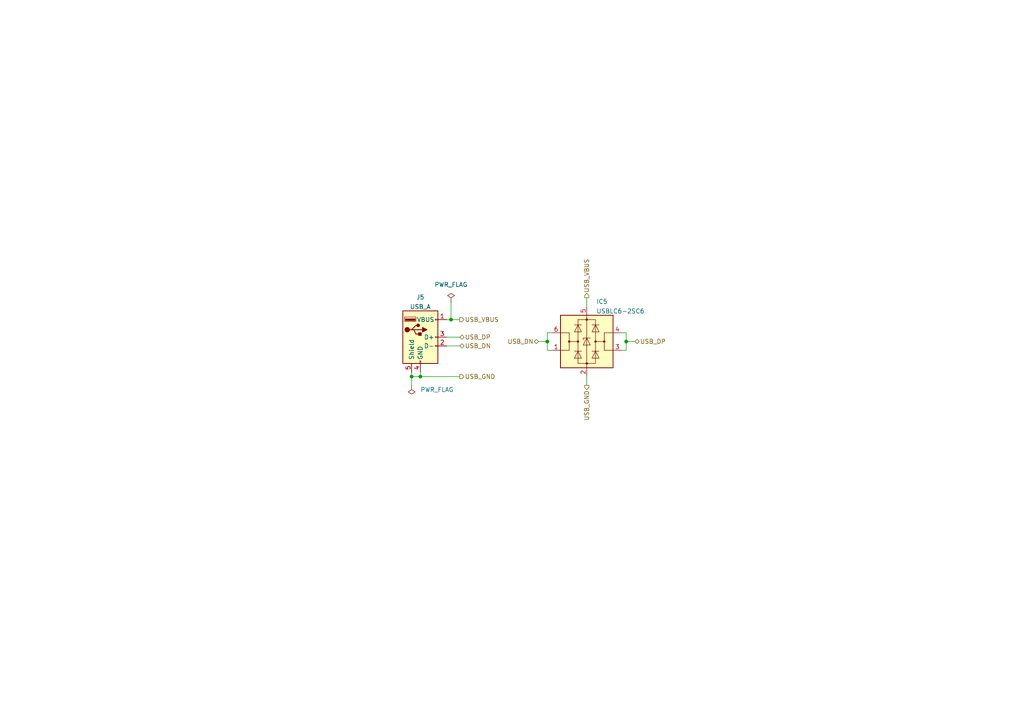
<source format=kicad_sch>
(kicad_sch (version 20250114) (generator "eeschema") (generator_version "9.0")
  (paper "A4")
  (title_block (title "PB2 Bela Mini Proto") (date "2024-11") (rev "rev 1.0"))
  (lib_symbols
    (symbol "Connector:USB_A" (pin_names (offset 1.016))
      (property "Reference" "J" (at -5.08 11.43 0))
      (property "Value" "USB_A" (at -5.08 8.89 0))
      (symbol "USB_A_0_1"
        (rectangle (start -5.08 -7.62) (end 5.08 7.62) (stroke (width 0.254)) (fill (type background)))
        (circle (center -3.81 2.159) (radius 0.635) (stroke (width 0.254)) (fill (type outline)))
        (polyline (pts (xy -3.175 2.159) (xy -2.54 2.159) (xy -1.27 3.429) (xy -0.635 3.429)) (stroke (width 0.254)))
        (polyline (pts (xy -2.54 2.159) (xy -1.905 2.159) (xy -1.27 0.889) (xy 0 0.889)) (stroke (width 0.254)))
        (rectangle (start -1.524 4.826) (end -4.318 5.334) (fill (type outline)))
        (rectangle (start -1.27 4.572) (end -4.572 5.842))
        (circle (center -0.635 3.429) (radius 0.381) (stroke (width 0.254)) (fill (type outline)))
        (rectangle (start -0.127 -7.62) (end 0.127 -6.858))
        (rectangle (start 0.254 1.27) (end -0.508 0.508) (stroke (width 0.254)) (fill (type outline)))
        (polyline (pts (xy 0.635 2.794) (xy 0.635 1.524) (xy 1.905 2.159) (xy 0.635 2.794)) (stroke (width 0.254)) (fill (type outline)))
        (rectangle (start 5.08 4.953) (end 4.318 5.207))
        (rectangle (start 5.08 -0.127) (end 4.318 0.127))
        (rectangle (start 5.08 -2.667) (end 4.318 -2.413))
      )
      (symbol "USB_A_1_1"
        (polyline (pts (xy -1.905 2.159) (xy 0.635 2.159)) (stroke (width 0.254)))
        (pin passive line (at -2.54 -10.16 90) (length 2.54) (name "Shield") (number "5"))
        (pin power_in line (at 0 -10.16 90) (length 2.54) (name "GND") (number "4"))
        (pin power_in line (at 7.62 5.08 180) (length 2.54) (name "VBUS") (number "1"))
        (pin bidirectional line (at 7.62 0 180) (length 2.54) (name "D+") (number "3"))
        (pin bidirectional line (at 7.62 -2.54 180) (length 2.54) (name "D-") (number "2"))
      )
    )
    (symbol "Power_Protection:USBLC6-2SC6" (pin_names (hide yes))
      (property "Reference" "U" (at 2.54 8.89 0))
      (property "Value" "USBLC6-2SC6" (at 2.54 -8.89 0))
      (symbol "USBLC6-2SC6_0_1"
        (rectangle (start -7.62 -7.62) (end 7.62 7.62) (stroke (width 0.254)) (fill (type background)))
        (polyline (pts (xy -5.08 2.54) (xy -7.62 2.54)))
        (circle (center -5.08 0) (radius 0.254) (fill (type outline)))
        (polyline (pts (xy -5.08 0) (xy -5.08 -2.54)))
        (polyline (pts (xy -5.08 -2.54) (xy -7.62 -2.54)))
        (polyline (pts (xy -3.556 2.794) (xy -1.524 2.794) (xy -2.54 4.826) (xy -3.556 2.794)))
        (polyline (pts (xy -3.556 -4.826) (xy -1.524 -4.826) (xy -2.54 -2.794) (xy -3.556 -4.826)))
        (rectangle (start -2.54 6.35) (end 2.54 -6.35))
        (circle (center -2.54 0) (radius 0.254) (fill (type outline)))
        (polyline (pts (xy -2.54 0) (xy -5.08 0) (xy -5.08 2.54)))
        (polyline (pts (xy -1.524 4.826) (xy -3.556 4.826)))
        (polyline (pts (xy -1.524 -2.794) (xy -3.556 -2.794)))
        (polyline (pts (xy -1.016 -1.016) (xy 1.016 -1.016) (xy 0 1.016) (xy -1.016 -1.016)))
        (circle (center 0 6.35) (radius 0.254) (fill (type outline)))
        (polyline (pts (xy 0 6.35) (xy 0 7.62)))
        (polyline (pts (xy 0 1.27) (xy 0 6.35)))
        (polyline (pts (xy 0 -6.35) (xy 0 1.27)))
        (circle (center 0 -6.35) (radius 0.254) (fill (type outline)))
        (polyline (pts (xy 0 -7.62) (xy 0 -6.35)))
        (polyline (pts (xy 1.016 1.016) (xy 0.762 1.016) (xy -1.016 1.016) (xy -1.016 0.508)))
        (polyline (pts (xy 1.524 4.826) (xy 3.556 4.826)))
        (polyline (pts (xy 1.524 -2.794) (xy 3.556 -2.794)))
        (polyline (pts (xy 2.54 0) (xy 5.08 0) (xy 5.08 2.54)))
        (circle (center 2.54 0) (radius 0.254) (fill (type outline)))
        (polyline (pts (xy 3.556 2.794) (xy 1.524 2.794) (xy 2.54 4.826) (xy 3.556 2.794)))
        (polyline (pts (xy 3.556 -4.826) (xy 1.524 -4.826) (xy 2.54 -2.794) (xy 3.556 -4.826)))
        (polyline (pts (xy 5.08 2.54) (xy 7.62 2.54)))
        (polyline (pts (xy 5.08 0) (xy 5.08 -2.54)))
        (circle (center 5.08 0) (radius 0.254) (fill (type outline)))
        (polyline (pts (xy 5.08 -2.54) (xy 7.62 -2.54)))
      )
      (symbol "USBLC6-2SC6_1_1"
        (pin passive line (at -10.16 2.54 0) (length 2.54) (name "I/O1") (number "6"))
        (pin passive line (at -10.16 -2.54 0) (length 2.54) (name "I/O1") (number "1"))
        (pin passive line (at 0 10.16 270) (length 2.54) (name "VBUS") (number "5"))
        (pin passive line (at 0 -10.16 90) (length 2.54) (name "GND") (number "2"))
        (pin passive line (at 10.16 2.54 180) (length 2.54) (name "I/O2") (number "4"))
        (pin passive line (at 10.16 -2.54 180) (length 2.54) (name "I/O2") (number "3"))
      )
    )
    (symbol "power:PWR_FLAG" (power) (pin_numbers (hide yes)) (pin_names (offset 0) (hide yes))
      (property "Value" "PWR_FLAG" (at 0 3.81 0))
      (symbol "PWR_FLAG_0_0"
        (pin power_out line (at 0 0 90) (length 0) (name "pwr") (number "1"))
      )
      (symbol "PWR_FLAG_0_1"
        (polyline (pts (xy 0 0) (xy 0 1.27) (xy -1.016 1.905) (xy 0 2.54) (xy 1.016 1.905) (xy 0 1.27)))
      )
    )
  )
  (junction (at 158.75 99.06))
  (junction (at 119.38 109.22))
  (junction (at 181.61 99.06))
  (junction (at 130.81 92.71))
  (junction (at 121.92 109.22))
  (wire (pts (xy 181.61 99.06) (xy 181.61 101.6)))
  (wire (pts (xy 181.61 96.52) (xy 180.34 96.52)))
  (wire (pts (xy 130.81 92.71) (xy 133.35 92.71)))
  (wire (pts (xy 181.61 101.6) (xy 180.34 101.6)))
  (wire (pts (xy 181.61 96.52) (xy 181.61 99.06)))
  (wire (pts (xy 181.61 99.06) (xy 184.15 99.06)))
  (wire (pts (xy 121.92 109.22) (xy 133.35 109.22)))
  (wire (pts (xy 158.75 99.06) (xy 158.75 101.6)))
  (wire (pts (xy 170.18 86.36) (xy 170.18 88.9)))
  (wire (pts (xy 129.54 100.33) (xy 133.35 100.33)))
  (wire (pts (xy 121.92 109.22) (xy 121.92 107.95)))
  (wire (pts (xy 133.35 97.79) (xy 129.54 97.79)))
  (wire (pts (xy 158.75 96.52) (xy 160.02 96.52)))
  (wire (pts (xy 129.54 92.71) (xy 130.81 92.71)))
  (wire (pts (xy 119.38 109.22) (xy 119.38 111.76)))
  (wire (pts (xy 119.38 109.22) (xy 119.38 107.95)))
  (wire (pts (xy 158.75 96.52) (xy 158.75 99.06)))
  (wire (pts (xy 170.18 109.22) (xy 170.18 111.76)))
  (wire (pts (xy 130.81 87.63) (xy 130.81 92.71)))
  (wire (pts (xy 119.38 109.22) (xy 121.92 109.22)))
  (wire (pts (xy 158.75 101.6) (xy 160.02 101.6)))
  (wire (pts (xy 156.21 99.06) (xy 158.75 99.06)))
  (hierarchical_label "USB_GND" (shape output) (at 133.35 109.22 0))
  (hierarchical_label "USB_DP" (shape bidirectional) (at 133.35 97.79 0))
  (hierarchical_label "USB_VBUS" (shape output) (at 170.18 86.36 90))
  (hierarchical_label "USB_GND" (shape output) (at 170.18 111.76 270))
  (hierarchical_label "USB_DP" (shape bidirectional) (at 184.15 99.06 0))
  (hierarchical_label "USB_DN" (shape bidirectional) (at 133.35 100.33 0))
  (hierarchical_label "USB_DN" (shape bidirectional) (at 156.21 99.06 180))
  (hierarchical_label "USB_VBUS" (shape output) (at 133.35 92.71 0))
  (symbol (lib_id "power:PWR_FLAG") (at 119.38 111.76 180) (unit 1)
    (property "Reference" "#FLG05" (effects (hide yes)))
    (property "Value" "PWR_FLAG" (at 121.92 113.0299 0) (effects (justify right)))
  )
  (symbol (lib_id "Connector:USB_A") (at 121.92 97.79 0) (unit 1)
    (property "Reference" "J5" (at 121.92 86.2035 0))
    (property "Value" "USB_A" (at 121.92 88.9786 0))
    (property "Footprint" "Bela:USB_A_GCT_USB1125" (effects (hide yes)))
    (property "Datasheet" " ~" (effects (hide yes)))
  )
  (symbol (lib_id "Power_Protection:USBLC6-2SC6") (at 170.18 99.06 0) (unit 1)
    (property "Reference" "IC5" (at 172.9487 87.4735 0) (effects (justify left)))
    (property "Value" "USBLC6-2SC6" (at 172.9487 90.2486 0) (effects (justify left)))
    (property "Footprint" "Package_TO_SOT_SMD:SOT-23-6" (effects (hide yes)))
    (property "Datasheet" "https://www.st.com/resource/en/datasheet/usblc6-2.pdf" (effects (hide yes)))
  )
  (symbol (lib_id "power:PWR_FLAG") (at 130.81 87.63 0) (unit 1)
    (property "Reference" "#FLG04" (effects (hide yes)))
    (property "Value" "PWR_FLAG" (at 130.81 82.55 0))
  )
)
</source>
